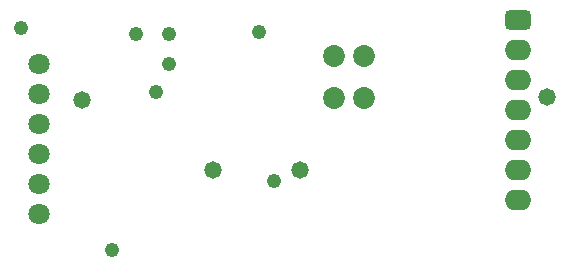
<source format=gbs>
G04 Layer_Color=8150272*
%FSLAX25Y25*%
%MOIN*%
G70*
G01*
G75*
%ADD45C,0.07300*%
%ADD46O,0.08800X0.06800*%
G04:AMPARAMS|DCode=47|XSize=68mil|YSize=88mil|CornerRadius=19mil|HoleSize=0mil|Usage=FLASHONLY|Rotation=270.000|XOffset=0mil|YOffset=0mil|HoleType=Round|Shape=RoundedRectangle|*
%AMROUNDEDRECTD47*
21,1,0.06800,0.05000,0,0,270.0*
21,1,0.03000,0.08800,0,0,270.0*
1,1,0.03800,-0.02500,-0.01500*
1,1,0.03800,-0.02500,0.01500*
1,1,0.03800,0.02500,0.01500*
1,1,0.03800,0.02500,-0.01500*
%
%ADD47ROUNDEDRECTD47*%
%ADD48C,0.05800*%
%ADD49C,0.07100*%
%ADD50C,0.04800*%
D45*
X227500Y177500D02*
D03*
X217500D02*
D03*
X227500Y163500D02*
D03*
X217500D02*
D03*
D46*
X278800Y149500D02*
D03*
Y139500D02*
D03*
Y129500D02*
D03*
Y179500D02*
D03*
Y159500D02*
D03*
Y169500D02*
D03*
D47*
Y189500D02*
D03*
D48*
X133500Y163000D02*
D03*
X177000Y139500D02*
D03*
X288500Y164000D02*
D03*
X206000Y139500D02*
D03*
D49*
X119000Y175000D02*
D03*
Y165000D02*
D03*
Y155000D02*
D03*
Y145000D02*
D03*
Y135000D02*
D03*
Y125000D02*
D03*
D50*
X197500Y136000D02*
D03*
X143500Y113000D02*
D03*
X162500Y175000D02*
D03*
Y185000D02*
D03*
X151500D02*
D03*
X192500Y185500D02*
D03*
X113000Y187000D02*
D03*
X158000Y165500D02*
D03*
M02*

</source>
